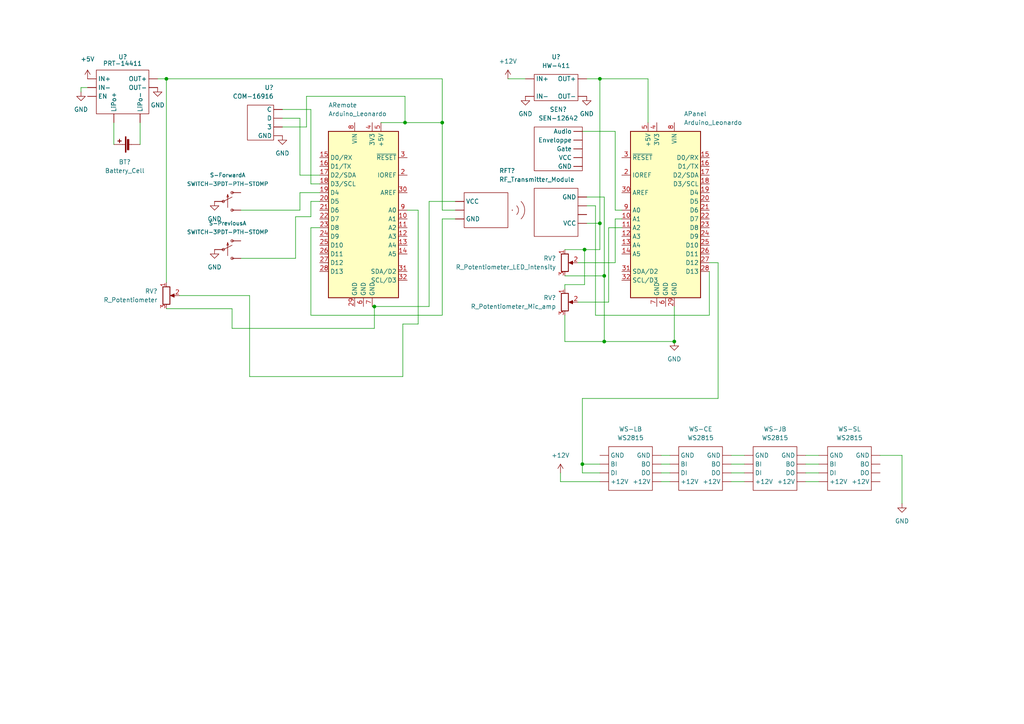
<source format=kicad_sch>
(kicad_sch (version 20211123) (generator eeschema)
  (paper "A4")
  (lib_symbols
    (symbol "+12V_1" (power) (pin_names (offset 0))
      (property "Value" "+12V_1" (at 0 3.556 0))
      (symbol "+12V_1_0_1"
        (polyline (pts (xy -0.762 1.27) (xy 0 2.54)))
        (polyline (pts (xy 0 0) (xy 0 2.54)))
        (polyline (pts (xy 0 2.54) (xy 0.762 1.27)))
      )
      (symbol "+12V_1_1_1"
        (pin power_in line (at 0 0 90) (length 0) hide (name "+12V") (number "1"))
      )
    )
    (symbol "Device:Battery_Cell" (pin_numbers hide) (pin_names (offset 0) hide)
      (property "Reference" "BT" (at 2.54 2.54 0))
      (property "Value" "Battery_Cell" (at 2.54 0 0))
      (symbol "Battery_Cell_0_1"
        (rectangle (start -2.286 1.778) (end 2.286 1.524) (fill (type outline)))
        (rectangle (start -1.5748 1.1938) (end 1.4732 0.6858) (fill (type outline)))
        (polyline (pts (xy 0 0.762) (xy 0 0)))
        (polyline (pts (xy 0 1.778) (xy 0 2.54)))
        (polyline (pts (xy 0.508 3.429) (xy 1.524 3.429)) (stroke (width 0.254)))
        (polyline (pts (xy 1.016 3.937) (xy 1.016 2.921)) (stroke (width 0.254)))
      )
      (symbol "Battery_Cell_1_1"
        (pin passive line (at 0 5.08 270) (length 2.54) (name "+") (number "1"))
        (pin passive line (at 0 -2.54 90) (length 2.54) (name "-") (number "2"))
      )
    )
    (symbol "Device:R_Potentiometer" (pin_names (offset 1.016) hide)
      (property "Reference" "RV" (at -4.445 0 90))
      (property "Value" "R_Potentiometer" (at -2.54 0 90))
      (symbol "R_Potentiometer_0_1"
        (polyline (pts (xy 2.54 0) (xy 1.524 0)))
        (polyline (pts (xy 1.143 0) (xy 2.286 0.508) (xy 2.286 -0.508) (xy 1.143 0)) (fill (type outline)))
        (rectangle (start 1.016 2.54) (end -1.016 -2.54) (stroke (width 0.254)))
      )
      (symbol "R_Potentiometer_1_1"
        (pin passive line (at 0 3.81 270) (length 1.27) (name "1") (number "1"))
        (pin passive line (at 3.81 0 180) (length 1.27) (name "2") (number "2"))
        (pin passive line (at 0 -3.81 90) (length 1.27) (name "3") (number "3"))
      )
    )
    (symbol "GND_2" (power) (pin_names (offset 0))
      (property "Value" "GND_2" (at 0 -3.81 0))
      (symbol "GND_2_0_1"
        (polyline (pts (xy 0 0) (xy 0 -1.27) (xy 1.27 -1.27) (xy 0 -2.54) (xy -1.27 -1.27) (xy 0 -1.27)))
      )
      (symbol "GND_2_1_1"
        (pin power_in line (at 0 0 270) (length 0) hide (name "GND") (number "1"))
      )
    )
    (symbol "MCU_Module:Arduino_Leonardo"
      (property "Reference" "A" (at -10.16 23.495 0))
      (property "Value" "Arduino_Leonardo" (at 5.08 -26.67 0))
      (symbol "Arduino_Leonardo_0_1"
        (rectangle (start -10.16 22.86) (end 10.16 -25.4) (stroke (width 0.254)) (fill (type background)))
      )
      (symbol "Arduino_Leonardo_1_1"
        (pin no_connect line (at -10.16 -20.32 0) (length 2.54) hide (name "NC") (number "1"))
        (pin bidirectional line (at 12.7 -2.54 180) (length 2.54) (name "A1") (number "10"))
        (pin bidirectional line (at 12.7 -5.08 180) (length 2.54) (name "A2") (number "11"))
        (pin bidirectional line (at 12.7 -7.62 180) (length 2.54) (name "A3") (number "12"))
        (pin bidirectional line (at 12.7 -10.16 180) (length 2.54) (name "A4") (number "13"))
        (pin bidirectional line (at 12.7 -12.7 180) (length 2.54) (name "A5") (number "14"))
        (pin bidirectional line (at -12.7 15.24 0) (length 2.54) (name "D0/RX") (number "15"))
        (pin bidirectional line (at -12.7 12.7 0) (length 2.54) (name "D1/TX") (number "16"))
        (pin bidirectional line (at -12.7 10.16 0) (length 2.54) (name "D2/SDA") (number "17"))
        (pin bidirectional line (at -12.7 7.62 0) (length 2.54) (name "D3/SCL") (number "18"))
        (pin bidirectional line (at -12.7 5.08 0) (length 2.54) (name "D4") (number "19"))
        (pin output line (at 12.7 10.16 180) (length 2.54) (name "IOREF") (number "2"))
        (pin bidirectional line (at -12.7 2.54 0) (length 2.54) (name "D5") (number "20"))
        (pin bidirectional line (at -12.7 0 0) (length 2.54) (name "D6") (number "21"))
        (pin bidirectional line (at -12.7 -2.54 0) (length 2.54) (name "D7") (number "22"))
        (pin bidirectional line (at -12.7 -5.08 0) (length 2.54) (name "D8") (number "23"))
        (pin bidirectional line (at -12.7 -7.62 0) (length 2.54) (name "D9") (number "24"))
        (pin bidirectional line (at -12.7 -10.16 0) (length 2.54) (name "D10") (number "25"))
        (pin bidirectional line (at -12.7 -12.7 0) (length 2.54) (name "D11") (number "26"))
        (pin bidirectional line (at -12.7 -15.24 0) (length 2.54) (name "D12") (number "27"))
        (pin bidirectional line (at -12.7 -17.78 0) (length 2.54) (name "D13") (number "28"))
        (pin power_in line (at -2.54 -27.94 90) (length 2.54) (name "GND") (number "29"))
        (pin input line (at 12.7 15.24 180) (length 2.54) (name "~{RESET}") (number "3"))
        (pin input line (at 12.7 5.08 180) (length 2.54) (name "AREF") (number "30"))
        (pin bidirectional line (at 12.7 -17.78 180) (length 2.54) (name "SDA/D2") (number "31"))
        (pin bidirectional line (at 12.7 -20.32 180) (length 2.54) (name "SCL/D3") (number "32"))
        (pin power_out line (at 2.54 25.4 270) (length 2.54) (name "3V3") (number "4"))
        (pin power_out line (at 5.08 25.4 270) (length 2.54) (name "+5V") (number "5"))
        (pin power_in line (at 0 -27.94 90) (length 2.54) (name "GND") (number "6"))
        (pin power_in line (at 2.54 -27.94 90) (length 2.54) (name "GND") (number "7"))
        (pin power_in line (at -2.54 25.4 270) (length 2.54) (name "VIN") (number "8"))
        (pin bidirectional line (at 12.7 0 180) (length 2.54) (name "A0") (number "9"))
      )
    )
    (symbol "SparkFun-Switches:SWITCH-3PDT-PTH-STOMP" (pin_numbers hide) (pin_names (offset 1.016) hide)
      (property "Reference" "S" (at -5.08 3.81 0))
      (property "Value" "SWITCH-3PDT-PTH-STOMP" (at -5.08 -5.08 0))
      (property "Field4" "SWCH-13197" (at 0 7.62 0))
      (symbol "SWITCH-3PDT-PTH-STOMP_1_0"
        (polyline (pts (xy -2.54 0) (xy 0 1.27)))
        (polyline (pts (xy -1.27 -1.778) (xy -1.27 2.032)))
        (polyline (pts (xy 0 -2.54) (xy 0.635 -2.54)))
        (polyline (pts (xy 0 2.54) (xy 0.635 2.54)))
      )
      (symbol "SWITCH-3PDT-PTH-STOMP_1_1"
        (circle (center -2.54 0) (radius 0.3556))
        (circle (center 0 -2.54) (radius 0.3556))
        (polyline (pts (xy -1.27 2.032) (xy -1.524 1.27) (xy -1.016 1.27) (xy -1.27 2.032)) (fill (type background)))
        (circle (center 0 2.54) (radius 0.3556))
        (pin passive line (at 2.54 2.54 180) (length 2.54) (name "O") (number "P$1"))
        (pin passive line (at -5.08 0 0) (length 2.54) (name "P") (number "P$2"))
        (pin passive line (at 2.54 -2.54 180) (length 2.54) (name "S") (number "P$3"))
      )
      (symbol "SWITCH-3PDT-PTH-STOMP_2_0"
        (polyline (pts (xy -2.54 0) (xy 0 1.27)))
        (polyline (pts (xy -1.27 -1.778) (xy -1.27 2.032)))
        (polyline (pts (xy 0 -2.54) (xy 0.635 -2.54)))
        (polyline (pts (xy 0 2.54) (xy 0.635 2.54)))
      )
      (symbol "SWITCH-3PDT-PTH-STOMP_2_1"
        (circle (center -2.54 0) (radius 0.3556))
        (circle (center 0 -2.54) (radius 0.3556))
        (polyline (pts (xy -1.27 2.032) (xy -1.524 1.27) (xy -1.016 1.27) (xy -1.27 2.032)) (fill (type background)))
        (circle (center 0 2.54) (radius 0.3556))
        (pin passive line (at 2.54 2.54 180) (length 2.54) (name "O") (number "P$4"))
        (pin passive line (at -5.08 0 0) (length 2.54) (name "P") (number "P$5"))
        (pin passive line (at 2.54 -2.54 180) (length 2.54) (name "S") (number "P$6"))
      )
      (symbol "SWITCH-3PDT-PTH-STOMP_3_0"
        (polyline (pts (xy -2.54 0) (xy 0 1.27)))
        (polyline (pts (xy -1.27 -1.778) (xy -1.27 2.032)))
        (polyline (pts (xy 0 -2.54) (xy 0.635 -2.54)))
        (polyline (pts (xy 0 2.54) (xy 0.635 2.54)))
      )
      (symbol "SWITCH-3PDT-PTH-STOMP_3_1"
        (circle (center -2.54 0) (radius 0.3556))
        (circle (center 0 -2.54) (radius 0.3556))
        (polyline (pts (xy -1.27 2.032) (xy -1.524 1.27) (xy -1.016 1.27) (xy -1.27 2.032)) (fill (type background)))
        (circle (center 0 2.54) (radius 0.3556))
        (pin passive line (at 2.54 2.54 180) (length 2.54) (name "O") (number "P$7"))
        (pin passive line (at -5.08 0 0) (length 2.54) (name "P") (number "P$8"))
        (pin passive line (at 2.54 -2.54 180) (length 2.54) (name "S") (number "P$9"))
      )
    )
    (symbol "power:+12V" (power) (pin_names (offset 0))
      (property "Value" "+12V" (at 0 3.556 0))
      (symbol "+12V_0_1"
        (polyline (pts (xy -0.762 1.27) (xy 0 2.54)))
        (polyline (pts (xy 0 0) (xy 0 2.54)))
        (polyline (pts (xy 0 2.54) (xy 0.762 1.27)))
      )
      (symbol "+12V_1_1"
        (pin power_in line (at 0 0 90) (length 0) hide (name "+12V") (number "1"))
      )
    )
    (symbol "power:+5V" (power) (pin_names (offset 0))
      (property "Value" "+5V" (at 0 3.556 0))
      (symbol "+5V_0_1"
        (polyline (pts (xy -0.762 1.27) (xy 0 2.54)))
        (polyline (pts (xy 0 0) (xy 0 2.54)))
        (polyline (pts (xy 0 2.54) (xy 0.762 1.27)))
      )
      (symbol "+5V_1_1"
        (pin power_in line (at 0 0 90) (length 0) hide (name "+5V") (number "1"))
      )
    )
    (symbol "power:GND" (power) (pin_names (offset 0))
      (property "Value" "GND" (at 0 -3.81 0))
      (symbol "GND_0_1"
        (polyline (pts (xy 0 0) (xy 0 -1.27) (xy 1.27 -1.27) (xy 0 -2.54) (xy -1.27 -1.27) (xy 0 -1.27)))
      )
      (symbol "GND_1_1"
        (pin power_in line (at 0 0 270) (length 0) hide (name "GND") (number "1"))
      )
    )
    (symbol "project_Library:COM-16916"
      (property "Reference" "U?" (at -3.81 5.08 0))
      (property "Value" "COM-16916" (at -3.81 2.54 0))
      (symbol "COM-16916_0_1"
        (rectangle (start -3.81 0) (end 3.81 -10.16))
      )
      (symbol "COM-16916_1_1"
        (pin input line (at -6.35 -6.35 0) (length 2.54) (name "3") (number ""))
        (pin input line (at -6.35 -1.27 0) (length 2.54) (name "C") (number ""))
        (pin input line (at -6.35 -3.81 0) (length 2.54) (name "D") (number ""))
        (pin input line (at -6.35 -8.89 0) (length 2.54) (name "GND") (number ""))
      )
    )
    (symbol "project_Library:HW-411"
      (property "Reference" "U" (at 0 3.81 0))
      (property "Value" "HW-411" (at 0 1.27 0))
      (symbol "HW-411_0_1"
        (rectangle (start -6.35 0) (end 6.35 -7.62))
      )
      (symbol "HW-411_1_1"
        (pin input line (at -8.89 -1.27 0) (length 2.54) (name "IN+") (number ""))
        (pin input line (at -8.89 -6.35 0) (length 2.54) (name "IN-") (number ""))
        (pin output line (at 8.89 -1.27 180) (length 2.54) (name "OUT+") (number ""))
        (pin output line (at 8.89 -6.35 180) (length 2.54) (name "OUT-") (number ""))
      )
    )
    (symbol "project_Library:PRT-14411"
      (property "Reference" "U?" (at -1.27 3.81 0))
      (property "Value" "PRT-14411" (at -5.715 1.905 0))
      (symbol "PRT-14411_0_1"
        (rectangle (start -7.62 0) (end 7.62 -12.7))
      )
      (symbol "PRT-14411_1_1"
        (pin input line (at -10.16 -7.62 0) (length 2.54) (name "EN") (number ""))
        (pin input line (at -10.16 -2.54 0) (length 2.54) (name "IN+") (number ""))
        (pin input line (at -10.16 -5.08 0) (length 2.54) (name "IN-") (number ""))
        (pin input line (at -2.54 -15.24 90) (length 2.54) (name "LiPo+") (number ""))
        (pin input line (at 5.08 -15.24 90) (length 2.54) (name "LiPo-") (number ""))
        (pin output line (at 10.16 -2.54 180) (length 2.54) (name "OUT+") (number ""))
        (pin output line (at 10.16 -5.08 180) (length 2.54) (name "OUT-") (number ""))
      )
    )
    (symbol "project_Library:RF_Transmitter_Module"
      (property "Reference" "RF" (at 0 5.08 0))
      (property "Value" "RF_Transmitter_Module" (at 0 2.54 0))
      (symbol "RF_Transmitter_Module_0_1"
        (rectangle (start -16.51 -1.27) (end -3.81 -11.43))
        (circle (center -2.54 -6.35) (radius 0.0001))
        (arc (start -1.27 -7.62) (mid -0.744 -6.35) (end -1.27 -5.08))
        (arc (start 0 -8.89) (mid 1.0515 -6.35) (end 0 -3.81))
        (rectangle (start 3.81 -13.97) (end 16.51 0))
      )
      (symbol "RF_Transmitter_Module_1_1"
        (pin input line (at -19.05 -6.35 0) (length 2.54) (name "") (number ""))
        (pin input line (at 19.05 -7.62 180) (length 2.54) (name "") (number ""))
        (pin input line (at 19.05 -5.08 180) (length 2.54) (name "") (number ""))
        (pin input line (at -19.05 -8.89 0) (length 2.54) (name "GND") (number ""))
        (pin input line (at 19.05 -2.54 180) (length 2.54) (name "GND") (number ""))
        (pin input line (at -19.05 -3.81 0) (length 2.54) (name "VCC") (number ""))
        (pin input line (at 19.05 -10.16 180) (length 2.54) (name "VCC") (number ""))
      )
    )
    (symbol "project_Library:SEN-12642"
      (property "Reference" "SEN" (at 0 5.08 0))
      (property "Value" "SEN-12642" (at 0 2.54 0))
      (symbol "SEN-12642_0_1"
        (rectangle (start -6.35 0) (end 7.62 -12.7))
      )
      (symbol "SEN-12642_1_1"
        (pin output line (at 7.62 -1.27 180) (length 2.54) (name "Audio") (number ""))
        (pin output line (at 7.62 -3.81 180) (length 2.54) (name "Enveloppe") (number ""))
        (pin output line (at 7.62 -11.43 180) (length 2.54) (name "GND") (number ""))
        (pin output line (at 7.62 -6.35 180) (length 2.54) (name "Gate") (number ""))
        (pin output line (at 7.62 -8.89 180) (length 2.54) (name "VCC") (number ""))
      )
    )
    (symbol "project_Library:WS2815"
      (property "Reference" "WS" (at 0 10.16 0))
      (property "Value" "WS2815" (at 0 7.62 0))
      (symbol "WS2815_0_1"
        (rectangle (start -6.35 6.35) (end 6.35 -6.35))
      )
      (symbol "WS2815_1_1"
        (pin input line (at -8.89 -3.81 0) (length 2.54) (name "+12V") (number ""))
        (pin output line (at 8.89 -3.81 180) (length 2.54) (name "+12V") (number ""))
        (pin input line (at -8.89 1.27 0) (length 2.54) (name "BI") (number ""))
        (pin output line (at 8.89 1.27 180) (length 2.54) (name "BO") (number ""))
        (pin input line (at -8.89 -1.27 0) (length 2.54) (name "DI") (number ""))
        (pin output line (at 8.89 -1.27 180) (length 2.54) (name "DO") (number ""))
        (pin input line (at -8.89 3.81 0) (length 2.54) (name "GND") (number ""))
        (pin output line (at 8.89 3.81 180) (length 2.54) (name "GND") (number ""))
      )
    )
  )
  (junction (at 169.545 72.39))
  (junction (at 168.91 134.62))
  (junction (at 195.58 99.06))
  (junction (at 173.99 22.86))
  (junction (at 108.585 88.9))
  (junction (at 173.99 64.77))
  (junction (at 128.27 35.56))
  (junction (at 48.26 22.86))
  (junction (at 175.26 99.06))
  (junction (at 117.475 35.56))
  (junction (at 175.26 80.01))
  (wire (pts (xy 81.915 36.83) (xy 88.9 36.83)))
  (wire (pts (xy 86.995 50.8) (xy 92.71 50.8)))
  (wire (pts (xy 92.71 66.04) (xy 90.17 66.04)))
  (wire (pts (xy 169.545 72.39) (xy 163.83 72.39)))
  (wire (pts (xy 168.91 38.1) (xy 178.435 38.1)))
  (wire (pts (xy 85.725 74.93) (xy 85.725 62.865)))
  (wire (pts (xy 167.64 76.2) (xy 178.435 76.2)))
  (wire (pts (xy 178.435 76.2) (xy 178.435 63.5)))
  (wire (pts (xy 191.77 139.7) (xy 194.31 139.7)))
  (wire (pts (xy 212.09 137.16) (xy 215.9 137.16)))
  (wire (pts (xy 168.91 134.62) (xy 173.99 134.62)))
  (wire (pts (xy 128.27 35.56) (xy 128.27 22.86)))
  (wire (pts (xy 163.83 99.06) (xy 175.26 99.06)))
  (wire (pts (xy 168.91 115.57) (xy 168.91 134.62)))
  (wire (pts (xy 208.28 76.2) (xy 208.28 115.57)))
  (wire (pts (xy 124.46 58.42) (xy 132.08 58.42)))
  (wire (pts (xy 128.27 63.5) (xy 132.08 63.5)))
  (wire (pts (xy 212.09 134.62) (xy 215.9 134.62)))
  (wire (pts (xy 128.27 91.44) (xy 128.27 63.5)))
  (wire (pts (xy 90.17 58.42) (xy 92.71 58.42)))
  (wire (pts (xy 170.18 57.15) (xy 175.26 57.15)))
  (wire (pts (xy 162.56 137.16) (xy 162.56 139.7)))
  (wire (pts (xy 176.53 66.04) (xy 180.34 66.04)))
  (wire (pts (xy 173.99 22.86) (xy 187.96 22.86)))
  (wire (pts (xy 90.17 91.44) (xy 128.27 91.44)))
  (wire (pts (xy 255.27 132.08) (xy 261.62 132.08)))
  (wire (pts (xy 147.32 22.86) (xy 152.4 22.86)))
  (wire (pts (xy 163.83 80.01) (xy 175.26 80.01)))
  (wire (pts (xy 121.285 60.96) (xy 118.11 60.96)))
  (wire (pts (xy 121.285 93.98) (xy 121.285 60.96)))
  (wire (pts (xy 170.18 59.69) (xy 172.72 59.69)))
  (wire (pts (xy 67.31 89.535) (xy 67.31 95.25)))
  (wire (pts (xy 72.39 109.22) (xy 116.84 109.22)))
  (wire (pts (xy 128.27 35.56) (xy 128.27 60.96)))
  (wire (pts (xy 25.4 25.4) (xy 23.495 25.4)))
  (wire (pts (xy 261.62 132.08) (xy 261.62 146.05)))
  (wire (pts (xy 205.74 76.2) (xy 208.28 76.2)))
  (wire (pts (xy 69.85 74.93) (xy 85.725 74.93)))
  (wire (pts (xy 86.995 34.29) (xy 86.995 50.8)))
  (wire (pts (xy 48.26 89.535) (xy 67.31 89.535)))
  (wire (pts (xy 48.26 22.86) (xy 128.27 22.86)))
  (wire (pts (xy 88.9 36.83) (xy 88.9 27.94)))
  (wire (pts (xy 124.46 88.9) (xy 124.46 58.42)))
  (wire (pts (xy 116.84 93.98) (xy 121.285 93.98)))
  (wire (pts (xy 163.83 91.44) (xy 163.83 99.06)))
  (wire (pts (xy 69.85 60.96) (xy 86.995 60.96)))
  (wire (pts (xy 108.585 88.9) (xy 124.46 88.9)))
  (wire (pts (xy 52.07 85.725) (xy 72.39 85.725)))
  (wire (pts (xy 40.64 35.56) (xy 40.64 41.91)))
  (wire (pts (xy 208.28 115.57) (xy 168.91 115.57)))
  (wire (pts (xy 167.64 87.63) (xy 176.53 87.63)))
  (wire (pts (xy 169.545 82.55) (xy 163.83 82.55)))
  (wire (pts (xy 173.99 72.39) (xy 169.545 72.39)))
  (wire (pts (xy 175.26 80.01) (xy 175.26 99.06)))
  (wire (pts (xy 233.68 132.08) (xy 237.49 132.08)))
  (wire (pts (xy 67.31 95.25) (xy 108.585 95.25)))
  (wire (pts (xy 45.72 22.86) (xy 48.26 22.86)))
  (wire (pts (xy 90.17 53.34) (xy 92.71 53.34)))
  (wire (pts (xy 212.09 132.08) (xy 215.9 132.08)))
  (wire (pts (xy 23.495 25.4) (xy 23.495 26.67)))
  (wire (pts (xy 170.18 64.77) (xy 173.99 64.77)))
  (wire (pts (xy 191.77 134.62) (xy 194.31 134.62)))
  (wire (pts (xy 233.68 139.7) (xy 237.49 139.7)))
  (wire (pts (xy 86.995 60.96) (xy 86.995 55.88)))
  (wire (pts (xy 233.68 134.62) (xy 237.49 134.62)))
  (wire (pts (xy 191.77 132.08) (xy 194.31 132.08)))
  (wire (pts (xy 48.26 22.86) (xy 48.26 81.915)))
  (wire (pts (xy 187.96 22.86) (xy 187.96 35.56)))
  (wire (pts (xy 178.435 60.96) (xy 180.34 60.96)))
  (wire (pts (xy 176.53 87.63) (xy 176.53 66.04)))
  (wire (pts (xy 90.17 31.75) (xy 90.17 53.34)))
  (wire (pts (xy 85.725 62.865) (xy 90.17 62.865)))
  (wire (pts (xy 172.72 91.44) (xy 205.74 91.44)))
  (wire (pts (xy 233.68 137.16) (xy 237.49 137.16)))
  (wire (pts (xy 178.435 63.5) (xy 180.34 63.5)))
  (wire (pts (xy 107.95 88.9) (xy 108.585 88.9)))
  (wire (pts (xy 168.91 137.16) (xy 173.99 137.16)))
  (wire (pts (xy 212.09 139.7) (xy 215.9 139.7)))
  (wire (pts (xy 168.91 134.62) (xy 168.91 137.16)))
  (wire (pts (xy 108.585 88.9) (xy 108.585 95.25)))
  (wire (pts (xy 86.995 55.88) (xy 92.71 55.88)))
  (wire (pts (xy 81.915 31.75) (xy 90.17 31.75)))
  (wire (pts (xy 163.83 82.55) (xy 163.83 83.82)))
  (wire (pts (xy 33.02 35.56) (xy 33.02 41.91)))
  (wire (pts (xy 178.435 38.1) (xy 178.435 60.96)))
  (wire (pts (xy 117.475 27.94) (xy 117.475 35.56)))
  (wire (pts (xy 128.27 60.96) (xy 132.08 60.96)))
  (wire (pts (xy 169.545 72.39) (xy 169.545 82.55)))
  (wire (pts (xy 173.99 64.77) (xy 173.99 72.39)))
  (wire (pts (xy 81.915 34.29) (xy 86.995 34.29)))
  (wire (pts (xy 205.74 91.44) (xy 205.74 78.74)))
  (wire (pts (xy 175.26 99.06) (xy 195.58 99.06)))
  (wire (pts (xy 175.26 57.15) (xy 175.26 80.01)))
  (wire (pts (xy 117.475 35.56) (xy 128.27 35.56)))
  (wire (pts (xy 173.99 22.86) (xy 173.99 64.77)))
  (wire (pts (xy 90.17 62.865) (xy 90.17 58.42)))
  (wire (pts (xy 172.72 59.69) (xy 172.72 91.44)))
  (wire (pts (xy 110.49 35.56) (xy 117.475 35.56)))
  (wire (pts (xy 90.17 66.04) (xy 90.17 91.44)))
  (wire (pts (xy 72.39 85.725) (xy 72.39 109.22)))
  (wire (pts (xy 170.18 22.86) (xy 173.99 22.86)))
  (wire (pts (xy 88.9 27.94) (xy 117.475 27.94)))
  (wire (pts (xy 162.56 139.7) (xy 173.99 139.7)))
  (wire (pts (xy 116.84 109.22) (xy 116.84 93.98)))
  (wire (pts (xy 195.58 88.9) (xy 195.58 99.06)))
  (wire (pts (xy 191.77 137.16) (xy 194.31 137.16)))
  (symbol (lib_name "GND_2") (lib_id "power:GND") (at 45.72 25.4 0) (unit 1)
    (property "Reference" "#PWR?" (effects hide))
    (property "Value" "GND" (at 45.72 30.48 0))
  )
  (symbol (lib_id "power:GND") (at 261.62 146.05 0) (unit 1)
    (property "Reference" "#PWR?" (effects hide))
    (property "Value" "GND" (at 261.62 151.13 0))
  )
  (symbol (lib_id "project_Library:RF_Transmitter_Module") (at 151.13 54.61 0) (unit 1)
    (property "Reference" "RFT?" (at 144.78 49.53 0) (effects (justify left)))
    (property "Value" "RF_Transmitter_Module" (at 144.78 52.07 0) (effects (justify left)))
    (property "Datasheet" "https://fr.aliexpress.com/item/1970487479.html?spm=a2g0o.productlist.0.0.17e7201ewHPG8p&algo_pvid=c0aa7e47-bb9f-4eea-923a-5b1128d951d6&algo_exp_id=c0aa7e47-bb9f-4eea-923a-5b1128d951d6-0&pdp_ext_f=%7B%22sku_id%22%3A%2210000000101355831%22%7D&pdp_npi=2%40dis%21CHF%210.74%210.72%21%21%211.14%21%21%402101d8f416608526529607693e15eb%2110000000101355831%21sea&curPageLogUid=ryhQ8y89I6" (effects hide))
  )
  (symbol (lib_id "power:GND") (at 152.4 27.94 0) (unit 1)
    (property "Reference" "#PWR?" (effects hide))
    (property "Value" "GND" (at 152.4 33.02 0))
  )
  (symbol (lib_name "GND_2") (lib_id "power:GND") (at 62.23 58.42 0) (unit 1)
    (property "Reference" "#PWR?" (effects hide))
    (property "Value" "GND" (at 62.23 63.5 0))
  )
  (symbol (lib_id "project_Library:PRT-14411") (at 35.56 20.32 0) (unit 1)
    (property "Reference" "U?" (at 34.29 16.51 0) (effects (justify left)))
    (property "Value" "PRT-14411" (at 29.845 18.415 0) (effects (justify left)))
    (property "Datasheet" "https://media.digikey.com/pdf/Data%20Sheets/Sparkfun%20PDFs/PRT-14411_Web.pdf" (effects hide))
  )
  (symbol (lib_id "Device:R_Potentiometer") (at 163.83 76.2 0) (unit 1)
    (property "Reference" "RV?" (at 161.29 74.9299 0) (effects (justify right)))
    (property "Value" "R_Potentiometer_LED_intensity" (at 161.29 77.4699 0) (effects (justify right)))
  )
  (symbol (lib_name "+12V_1") (lib_id "power:+12V") (at 147.32 22.86 0) (unit 1)
    (property "Reference" "#PWR?" (effects hide))
    (property "Value" "+12V" (at 147.32 17.78 0))
  )
  (symbol (lib_id "project_Library:WS2815") (at 224.79 135.89 0) (unit 1)
    (property "Reference" "WS-JB" (at 224.79 124.46 0))
    (property "Value" "WS2815" (at 224.79 127 0))
  )
  (symbol (lib_id "Device:R_Potentiometer") (at 163.83 87.63 0) (unit 1)
    (property "Reference" "RV?" (at 161.29 86.3599 0) (effects (justify right)))
    (property "Value" "R_Potentiometer_Mic_amp" (at 161.29 88.8999 0) (effects (justify right)))
  )
  (symbol (lib_id "power:+5V") (at 25.4 22.86 0) (unit 1)
    (property "Reference" "#PWR?" (effects hide))
    (property "Value" "+5V" (at 25.4 17.145 0))
  )
  (symbol (lib_name "GND_2") (lib_id "power:GND") (at 62.23 72.39 0) (unit 1)
    (property "Reference" "#PWR?" (effects hide))
    (property "Value" "GND" (at 62.23 77.47 0))
  )
  (symbol (lib_id "project_Library:COM-16916") (at 75.565 30.48 0) (mirror y) (unit 1)
    (property "Reference" "U?" (at 79.375 25.4 0) (effects (justify left)))
    (property "Value" "COM-16916" (at 79.375 27.94 0) (effects (justify left)))
    (property "Datasheet" "https://fr.aliexpress.com/item/32777216785.html?spm=a2g0o.productlist.main.1.6f327e18qflt46&algo_pvid=b5a34d46-8a84-4f3b-b0cb-252efdbb7e17&algo_exp_id=b5a34d46-8a84-4f3b-b0cb-252efdbb7e17-0&pdp_npi=3%40dis%21CHF%211.49%211.31%21%21%21%21%21%40210213c816807649669048686d071e%2110000006058755365%21sea%21CH%21803041575&curPageLogUid=MjUvPktCzFVF" (effects hide))
  )
  (symbol (lib_id "project_Library:WS2815") (at 246.38 135.89 0) (unit 1)
    (property "Reference" "WS-SL" (at 246.38 124.46 0))
    (property "Value" "WS2815" (at 246.38 127 0))
  )
  (symbol (lib_id "project_Library:WS2815") (at 203.2 135.89 0) (unit 1)
    (property "Reference" "WS-CE" (at 203.2 124.46 0))
    (property "Value" "WS2815" (at 203.2 127 0))
  )
  (symbol (lib_id "project_Library:SEN-12642") (at 161.29 36.83 0) (unit 1)
    (property "Reference" "SEN?" (at 161.925 31.75 0))
    (property "Value" "SEN-12642" (at 161.925 34.29 0))
    (property "Datasheet" "https://media.digikey.com/pdf/Data%20Sheets/Sparkfun%20PDFs/SoundDetector_HookupGuide.pdf" (effects hide))
  )
  (symbol (lib_id "project_Library:WS2815") (at 182.88 135.89 0) (unit 1)
    (property "Reference" "WS-LB" (at 182.88 124.46 0))
    (property "Value" "WS2815" (at 182.88 127 0))
    (property "Datasheet" "https://fr.aliexpress.com/item/1005002890783311.html?spm=a2g0o.productlist.0.0.61ee6bacva3Yuf&algo_pvid=981cad67-4531-4221-885b-ecb5eabc0667&algo_exp_id=981cad67-4531-4221-885b-ecb5eabc0667-0&pdp_ext_f=%7B%22sku_id%22%3A%2212000029156336140%22%7D&pdp_npi=2%40dis%21CHF%2129.67%2117.8%21%21%21%21%21%402101d64d16608510888011571e8384%2112000029156336140%21sea&curPageLogUid=oYExKvHptRdL" (effects hide))
  )
  (symbol (lib_id "project_Library:HW-411") (at 161.29 21.59 0) (unit 1)
    (property "Reference" "U?" (at 161.29 16.51 0))
    (property "Value" "HW-411" (at 161.29 19.05 0))
    (property "Datasheet" "https://fr.aliexpress.com/item/1005003623537411.html?spm=a2g0o.productlist.0.0.195e196f3xUBMo&algo_pvid=d6723288-a6a4-4bfa-87e9-7c3f856d4b2c&algo_exp_id=d6723288-a6a4-4bfa-87e9-7c3f856d4b2c-0&pdp_ext_f=%7B%22sku_id%22%3A%2212000026542655159%22%7D&pdp_npi=2%40dis%21CHF%214.59%212.16%21%21%21%21%21%402103143616607665410162150ebfbb%2112000026542655159%21sea&curPageLogUid=sQC0YxDRH4Xw" (effects hide))
  )
  (symbol (lib_id "power:+12V") (at 162.56 137.16 0) (unit 1)
    (property "Reference" "#PWR?" (effects hide))
    (property "Value" "+12V" (at 162.56 132.08 0))
  )
  (symbol (lib_id "power:GND") (at 195.58 99.06 0) (unit 1)
    (property "Reference" "#PWR?" (effects hide))
    (property "Value" "GND" (at 195.58 104.14 0))
  )
  (symbol (lib_id "Device:Battery_Cell") (at 38.1 41.91 90) (unit 1)
    (property "Reference" "BT?" (at 36.195 46.99 90))
    (property "Value" "Battery_Cell" (at 36.195 49.53 90))
    (property "Datasheet" "https://fr.aliexpress.com/item/1005002508218872.html?spm=a2g0o.productlist.0.0.33ea5f4d8H0rH5&algo_pvid=5dfb1281-8f3b-4b7b-a8c5-fd36d443f366&algo_exp_id=5dfb1281-8f3b-4b7b-a8c5-fd36d443f366-5&pdp_ext_f=%7B%22sku_id%22%3A%2212000020930685697%22%7D&pdp_npi=2%40dis%21CHF%218.08%218.0%21%21%211.5%21%21%402101d8f416608521973401407e15eb%2112000020930685697%21sea&curPageLogUid=mxOtzIEwAwXI" (effects hide))
  )
  (symbol (lib_id "MCU_Module:Arduino_Leonardo") (at 193.04 60.96 0) (mirror y) (unit 1)
    (property "Reference" "APanel" (at 198.3487 33.02 0) (effects (justify right)))
    (property "Value" "Arduino_Leonardo" (at 198.3487 35.56 0) (effects (justify right)))
    (property "Footprint" "Module:Arduino_UNO_R3" (effects hide))
    (property "Datasheet" "https://www.arduino.cc/en/Main/ArduinoBoardLeonardo" (effects hide))
  )
  (symbol (lib_name "GND_2") (lib_id "power:GND") (at 23.495 26.67 0) (unit 1)
    (property "Reference" "#PWR?" (effects hide))
    (property "Value" "GND" (at 23.495 31.75 0))
  )
  (symbol (lib_id "MCU_Module:Arduino_Leonardo") (at 105.41 60.96 0) (unit 1)
    (property "Reference" "ARemote" (at 95.25 30.48 0) (effects (justify left)))
    (property "Value" "Arduino_Leonardo" (at 95.25 33.02 0) (effects (justify left)))
    (property "Footprint" "Module:Arduino_UNO_R3" (effects hide))
    (property "Datasheet" "https://www.arduino.cc/en/Main/ArduinoBoardLeonardo" (effects hide))
  )
  (symbol (lib_id "SparkFun-Switches:SWITCH-3PDT-PTH-STOMP") (at 67.31 58.42 0) (unit 1)
    (property "Reference" "S-Forward" (at 66.04 50.8 0) (effects (font (size 1.143 1.143))))
    (property "Value" "SWITCH-3PDT-PTH-STOMP" (at 66.04 53.34 0) (effects (font (size 1.143 1.143))))
    (property "Footprint" "STOMP_SWITCH_3PDT" (effects hide))
    (property "Field4" "SWCH-13197" (effects hide))
  )
  (symbol (lib_id "Device:R_Potentiometer") (at 48.26 85.725 0) (unit 1)
    (property "Reference" "RV?" (at 45.72 84.4549 0) (effects (justify right)))
    (property "Value" "R_Potentiometer" (at 45.72 86.9949 0) (effects (justify right)))
    (property "Datasheet" "https://fr.aliexpress.com/item/1005002891439915.html?spm=a2g0o.productlist.0.0.43aa3edeVXm6RS&algo_pvid=be441ad0-8c39-4bd4-a157-3e0841512e20&algo_exp_id=be441ad0-8c39-4bd4-a157-3e0841512e20-0&pdp_ext_f=%7B%22sku_id%22%3A%2212000022648285531%22%7D&pdp_npi=2%40dis%21CHF%211.51%211.33%21%21%211.16%21%21%402101e9d116607453782565165e8d37%2112000022648285531%21sea&curPageLogUid=jjp8vKxFA57H" (effects hide))
  )
  (symbol (lib_id "SparkFun-Switches:SWITCH-3PDT-PTH-STOMP") (at 67.31 72.39 0) (unit 1)
    (property "Reference" "S-Previous" (at 66.04 64.77 0) (effects (font (size 1.143 1.143))))
    (property "Value" "SWITCH-3PDT-PTH-STOMP" (at 66.04 67.31 0) (effects (font (size 1.143 1.143))))
    (property "Footprint" "STOMP_SWITCH_3PDT" (effects hide))
    (property "Field4" "SWCH-13197" (effects hide))
  )
  (symbol (lib_id "power:GND") (at 170.18 27.94 0) (unit 1)
    (property "Reference" "#PWR?" (effects hide))
    (property "Value" "GND" (at 170.18 33.02 0))
  )
  (symbol (lib_name "GND_2") (lib_id "power:GND") (at 81.915 39.37 0) (unit 1)
    (property "Reference" "#PWR?" (effects hide))
    (property "Value" "GND" (at 81.915 44.45 0))
  )
)
</source>
